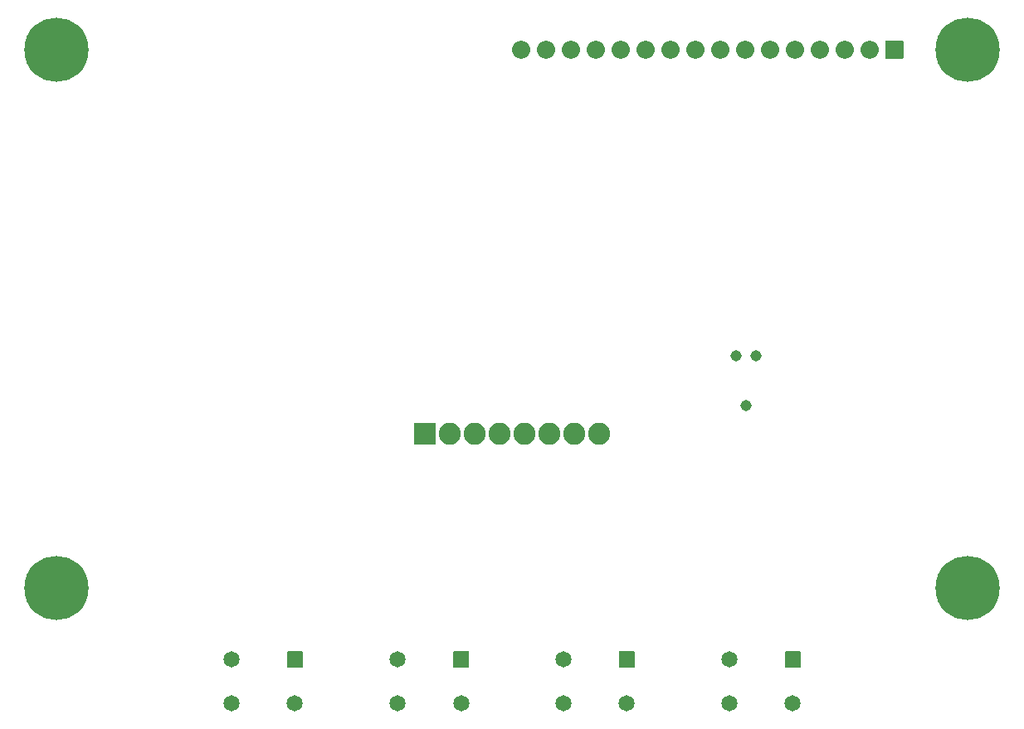
<source format=gbs>
G04 #@! TF.GenerationSoftware,KiCad,Pcbnew,6.0.11-2627ca5db0~126~ubuntu22.04.1*
G04 #@! TF.CreationDate,2025-05-14T16:21:12-06:00*
G04 #@! TF.ProjectId,i2c-headunit,6932632d-6865-4616-9475-6e69742e6b69,rev?*
G04 #@! TF.SameCoordinates,Original*
G04 #@! TF.FileFunction,Soldermask,Bot*
G04 #@! TF.FilePolarity,Negative*
%FSLAX46Y46*%
G04 Gerber Fmt 4.6, Leading zero omitted, Abs format (unit mm)*
G04 Created by KiCad (PCBNEW 6.0.11-2627ca5db0~126~ubuntu22.04.1) date 2025-05-14 16:21:12*
%MOMM*%
%LPD*%
G01*
G04 APERTURE LIST*
%ADD10C,1.143000*%
%ADD11C,6.552400*%
%ADD12C,2.252400*%
%ADD13C,1.651000*%
%ADD14O,1.852400X1.852400*%
G04 APERTURE END LIST*
D10*
X126492000Y-86360000D03*
X125476000Y-91440000D03*
X124460000Y-86360000D03*
D11*
X148082000Y-55118000D03*
X148082000Y-110109000D03*
G36*
G01*
X91583800Y-95411000D02*
X91583800Y-93311000D01*
G75*
G02*
X91660000Y-93234800I76200J0D01*
G01*
X93760000Y-93234800D01*
G75*
G02*
X93836200Y-93311000I0J-76200D01*
G01*
X93836200Y-95411000D01*
G75*
G02*
X93760000Y-95487200I-76200J0D01*
G01*
X91660000Y-95487200D01*
G75*
G02*
X91583800Y-95411000I0J76200D01*
G01*
G37*
D12*
X95250000Y-94361000D03*
X97790000Y-94361000D03*
X100330000Y-94361000D03*
X102870000Y-94361000D03*
X105410000Y-94361000D03*
X107950000Y-94361000D03*
X110490000Y-94361000D03*
D11*
X55118000Y-110109000D03*
X55118000Y-55118000D03*
G36*
G01*
X80275501Y-116645299D02*
X80275501Y-118143899D01*
G75*
G02*
X80199301Y-118220099I-76200J0D01*
G01*
X78700701Y-118220099D01*
G75*
G02*
X78624501Y-118143899I0J76200D01*
G01*
X78624501Y-116645299D01*
G75*
G02*
X78700701Y-116569099I76200J0D01*
G01*
X80199301Y-116569099D01*
G75*
G02*
X80275501Y-116645299I0J-76200D01*
G01*
G37*
D13*
X72950000Y-117394599D03*
X79450001Y-121894600D03*
X72950000Y-121894600D03*
G36*
G01*
X141439000Y-56044200D02*
X139739000Y-56044200D01*
G75*
G02*
X139662800Y-55968000I0J76200D01*
G01*
X139662800Y-54268000D01*
G75*
G02*
X139739000Y-54191800I76200J0D01*
G01*
X141439000Y-54191800D01*
G75*
G02*
X141515200Y-54268000I0J-76200D01*
G01*
X141515200Y-55968000D01*
G75*
G02*
X141439000Y-56044200I-76200J0D01*
G01*
G37*
D14*
X138049000Y-55118000D03*
X135509000Y-55118000D03*
X132969000Y-55118000D03*
X130429000Y-55118000D03*
X127889000Y-55118000D03*
X125349000Y-55118000D03*
X122809000Y-55118000D03*
X120269000Y-55118000D03*
X117729000Y-55118000D03*
X115189000Y-55118000D03*
X112649000Y-55118000D03*
X110109000Y-55118000D03*
X107569000Y-55118000D03*
X105029000Y-55118000D03*
X102489000Y-55118000D03*
G36*
G01*
X114133701Y-116645299D02*
X114133701Y-118143899D01*
G75*
G02*
X114057501Y-118220099I-76200J0D01*
G01*
X112558901Y-118220099D01*
G75*
G02*
X112482701Y-118143899I0J76200D01*
G01*
X112482701Y-116645299D01*
G75*
G02*
X112558901Y-116569099I76200J0D01*
G01*
X114057501Y-116569099D01*
G75*
G02*
X114133701Y-116645299I0J-76200D01*
G01*
G37*
D13*
X106808200Y-117394599D03*
X113308201Y-121894600D03*
X106808200Y-121894600D03*
G36*
G01*
X131075501Y-116645299D02*
X131075501Y-118143899D01*
G75*
G02*
X130999301Y-118220099I-76200J0D01*
G01*
X129500701Y-118220099D01*
G75*
G02*
X129424501Y-118143899I0J76200D01*
G01*
X129424501Y-116645299D01*
G75*
G02*
X129500701Y-116569099I76200J0D01*
G01*
X130999301Y-116569099D01*
G75*
G02*
X131075501Y-116645299I0J-76200D01*
G01*
G37*
X123750000Y-117394599D03*
X130250001Y-121894600D03*
X123750000Y-121894600D03*
G36*
G01*
X97217301Y-116645299D02*
X97217301Y-118143899D01*
G75*
G02*
X97141101Y-118220099I-76200J0D01*
G01*
X95642501Y-118220099D01*
G75*
G02*
X95566301Y-118143899I0J76200D01*
G01*
X95566301Y-116645299D01*
G75*
G02*
X95642501Y-116569099I76200J0D01*
G01*
X97141101Y-116569099D01*
G75*
G02*
X97217301Y-116645299I0J-76200D01*
G01*
G37*
X89891800Y-117394599D03*
X96391801Y-121894600D03*
X89891800Y-121894600D03*
M02*

</source>
